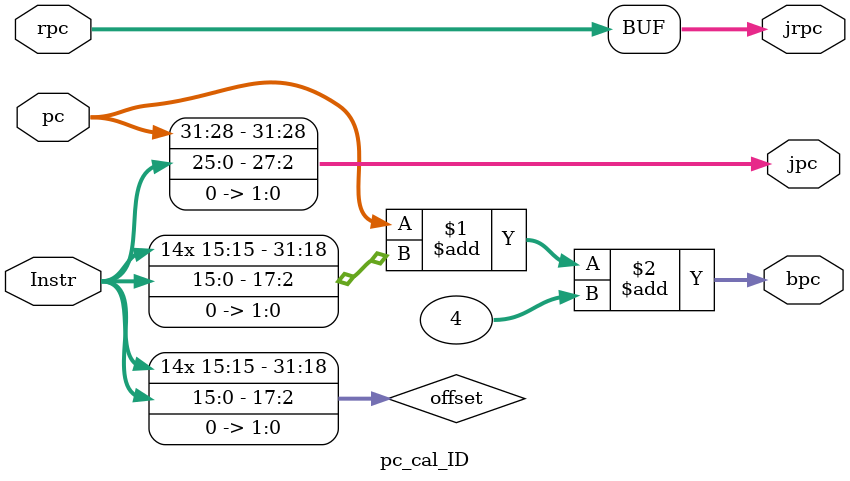
<source format=v>
`timescale 1ns / 1ps
module pc_cal_ID(
    input [31:0] pc,
    input [31:0] Instr,
	 input [31:0] rpc,
    output [31:0] bpc,
	 output [31:0] jpc,
	 output [31:0] jrpc
    );
wire [31:0]offset;
assign offset={{14{Instr[15]}},Instr[15:0],2'b00};
assign bpc = pc+offset+4;
assign jpc = {pc[31:28],Instr[25:0],2'b00};
assign jrpc = rpc;

endmodule
</source>
